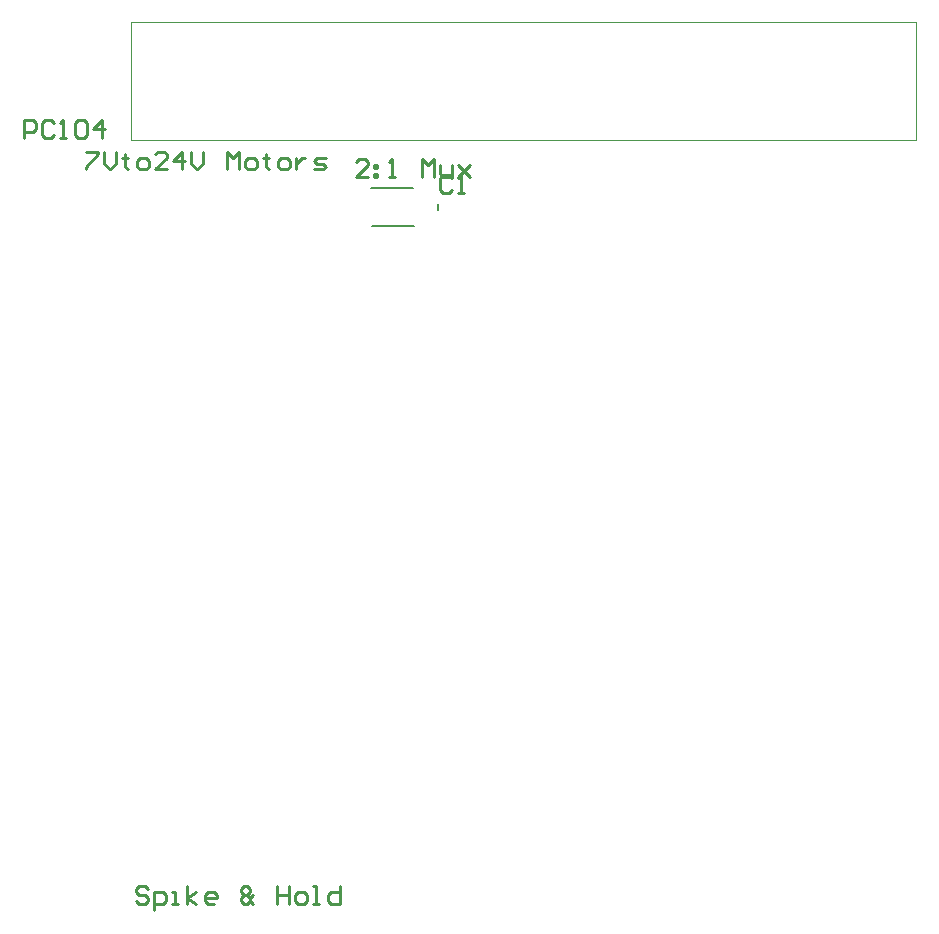
<source format=gto>
G04 Layer_Color=65535*
%FSLAX42Y42*%
%MOMM*%
G71*
G01*
G75*
%ADD15C,0.25*%
%ADD20C,0.10*%
%ADD21C,0.15*%
%ADD22C,0.20*%
D15*
X714Y8161D02*
X815D01*
Y8136D01*
X714Y8034D01*
Y8009D01*
X866Y8161D02*
Y8059D01*
X917Y8009D01*
X968Y8059D01*
Y8161D01*
X1044Y8136D02*
Y8110D01*
X1018D01*
X1069D01*
X1044D01*
Y8034D01*
X1069Y8009D01*
X1171D02*
X1222D01*
X1247Y8034D01*
Y8085D01*
X1222Y8110D01*
X1171D01*
X1145Y8085D01*
Y8034D01*
X1171Y8009D01*
X1399D02*
X1298D01*
X1399Y8110D01*
Y8136D01*
X1374Y8161D01*
X1323D01*
X1298Y8136D01*
X1526Y8009D02*
Y8161D01*
X1450Y8085D01*
X1552D01*
X1602Y8161D02*
Y8059D01*
X1653Y8009D01*
X1704Y8059D01*
Y8161D01*
X1907Y8009D02*
Y8161D01*
X1958Y8110D01*
X2009Y8161D01*
Y8009D01*
X2085D02*
X2136D01*
X2161Y8034D01*
Y8085D01*
X2136Y8110D01*
X2085D01*
X2060Y8085D01*
Y8034D01*
X2085Y8009D01*
X2237Y8136D02*
Y8110D01*
X2212D01*
X2263D01*
X2237D01*
Y8034D01*
X2263Y8009D01*
X2364D02*
X2415D01*
X2440Y8034D01*
Y8085D01*
X2415Y8110D01*
X2364D01*
X2339Y8085D01*
Y8034D01*
X2364Y8009D01*
X2491Y8110D02*
Y8009D01*
Y8059D01*
X2517Y8085D01*
X2542Y8110D01*
X2567D01*
X2644Y8009D02*
X2720D01*
X2745Y8034D01*
X2720Y8059D01*
X2669D01*
X2644Y8085D01*
X2669Y8110D01*
X2745D01*
X185Y8278D02*
Y8430D01*
X262D01*
X287Y8405D01*
Y8354D01*
X262Y8329D01*
X185D01*
X439Y8405D02*
X414Y8430D01*
X363D01*
X338Y8405D01*
Y8303D01*
X363Y8278D01*
X414D01*
X439Y8303D01*
X490Y8278D02*
X541D01*
X516D01*
Y8430D01*
X490Y8405D01*
X617D02*
X642Y8430D01*
X693D01*
X719Y8405D01*
Y8303D01*
X693Y8278D01*
X642D01*
X617Y8303D01*
Y8405D01*
X846Y8278D02*
Y8430D01*
X769Y8354D01*
X871D01*
X3096Y7943D02*
X2995D01*
X3096Y8045D01*
Y8070D01*
X3071Y8096D01*
X3020D01*
X2995Y8070D01*
X3147Y8045D02*
X3172D01*
Y8020D01*
X3147D01*
Y8045D01*
Y7969D02*
X3172D01*
Y7943D01*
X3147D01*
Y7969D01*
X3274Y7943D02*
X3325D01*
X3299D01*
Y8096D01*
X3274Y8070D01*
X3553Y7943D02*
Y8096D01*
X3604Y8045D01*
X3655Y8096D01*
Y7943D01*
X3706Y8045D02*
Y7969D01*
X3731Y7943D01*
X3807D01*
Y8045D01*
X3858D02*
X3960Y7943D01*
X3909Y7994D01*
X3960Y8045D01*
X3858Y7943D01*
X3809Y7939D02*
X3783Y7964D01*
X3733D01*
X3707Y7939D01*
Y7837D01*
X3733Y7812D01*
X3783D01*
X3809Y7837D01*
X3859Y7812D02*
X3910D01*
X3885D01*
Y7964D01*
X3859Y7939D01*
X1234Y1915D02*
X1209Y1940D01*
X1158D01*
X1133Y1915D01*
Y1890D01*
X1158Y1864D01*
X1209D01*
X1234Y1839D01*
Y1814D01*
X1209Y1788D01*
X1158D01*
X1133Y1814D01*
X1285Y1737D02*
Y1890D01*
X1361D01*
X1387Y1864D01*
Y1814D01*
X1361Y1788D01*
X1285D01*
X1438D02*
X1488D01*
X1463D01*
Y1890D01*
X1438D01*
X1564Y1788D02*
Y1940D01*
Y1839D02*
X1641Y1890D01*
X1564Y1839D02*
X1641Y1788D01*
X1793D02*
X1742D01*
X1717Y1814D01*
Y1864D01*
X1742Y1890D01*
X1793D01*
X1818Y1864D01*
Y1839D01*
X1717D01*
X2123Y1788D02*
X2098Y1814D01*
X2072Y1788D01*
X2047D01*
X2022Y1814D01*
Y1839D01*
X2047Y1864D01*
X2022Y1890D01*
Y1915D01*
X2047Y1940D01*
X2072D01*
X2098Y1915D01*
Y1890D01*
X2072Y1864D01*
X2098Y1839D01*
Y1814D01*
X2123Y1864D02*
X2098Y1839D01*
X2047Y1864D02*
X2072D01*
X2326Y1940D02*
Y1788D01*
Y1864D01*
X2428D01*
Y1940D01*
Y1788D01*
X2504D02*
X2555D01*
X2580Y1814D01*
Y1864D01*
X2555Y1890D01*
X2504D01*
X2479Y1864D01*
Y1814D01*
X2504Y1788D01*
X2631D02*
X2682D01*
X2656D01*
Y1940D01*
X2631D01*
X2859D02*
Y1788D01*
X2783D01*
X2758Y1814D01*
Y1864D01*
X2783Y1890D01*
X2859D01*
D20*
X1092Y8255D02*
Y9255D01*
Y8255D02*
X7742D01*
Y9255D01*
X1092D02*
X7742D01*
D21*
X3129Y7532D02*
X3487D01*
X3127Y7852D02*
X3482D01*
D22*
X3693Y7666D02*
Y7716D01*
M02*

</source>
